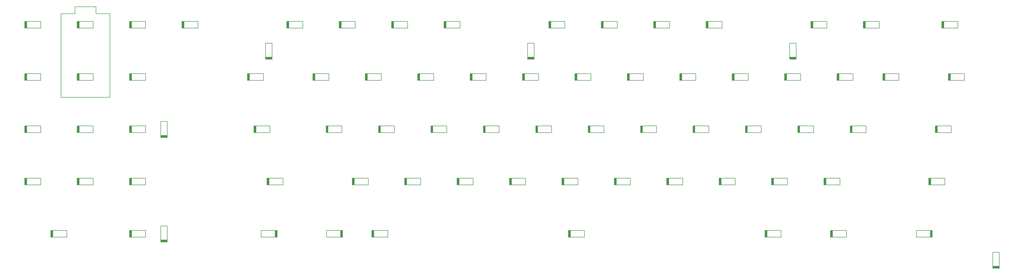
<source format=gto>
G04 #@! TF.GenerationSoftware,KiCad,Pcbnew,5.1.6*
G04 #@! TF.CreationDate,2020-07-29T11:26:02-04:00*
G04 #@! TF.ProjectId,southpawpcb,736f7574-6870-4617-9770-63622e6b6963,rev?*
G04 #@! TF.SameCoordinates,Original*
G04 #@! TF.FileFunction,Legend,Top*
G04 #@! TF.FilePolarity,Positive*
%FSLAX46Y46*%
G04 Gerber Fmt 4.6, Leading zero omitted, Abs format (unit mm)*
G04 Created by KiCad (PCBNEW 5.1.6) date 2020-07-29 11:26:02*
%MOMM*%
%LPD*%
G01*
G04 APERTURE LIST*
%ADD10C,0.150000*%
%ADD11C,0.200000*%
G04 APERTURE END LIST*
D10*
G04 #@! TO.C,U1*
X34072500Y-5752400D02*
X51852500Y-5752400D01*
X51852500Y-5752400D02*
X51852500Y24727600D01*
X51852500Y24727600D02*
X46772500Y24727600D01*
X46772500Y24727600D02*
X46772500Y27267600D01*
X46772500Y27267600D02*
X39152500Y27267600D01*
X39152500Y27267600D02*
X39152500Y24727600D01*
X39152500Y24727600D02*
X34072500Y24727600D01*
X34072500Y24727600D02*
X34072500Y-5752400D01*
D11*
G04 #@! TO.C,D7*
X140956000Y21925000D02*
X135156000Y21925000D01*
X140956000Y19525000D02*
X140956000Y21925000D01*
X135156000Y19525000D02*
X140956000Y19525000D01*
X135231000Y19525000D02*
X135231000Y21925000D01*
X135356000Y19525000D02*
X135356000Y21925000D01*
X135131000Y21925000D02*
X135131000Y19525000D01*
X135531000Y19525000D02*
X135531000Y21925000D01*
X135706000Y19525000D02*
X135706000Y21925000D01*
X135881000Y19525000D02*
X135881000Y21925000D01*
G04 #@! TO.C,D48*
X264468000Y-18575000D02*
X264468000Y-16175000D01*
X264293000Y-18575000D02*
X264293000Y-16175000D01*
X264118000Y-18575000D02*
X264118000Y-16175000D01*
X263718000Y-16175000D02*
X263718000Y-18575000D01*
X263943000Y-18575000D02*
X263943000Y-16175000D01*
X263818000Y-18575000D02*
X263818000Y-16175000D01*
X263743000Y-18575000D02*
X269543000Y-18575000D01*
X269543000Y-18575000D02*
X269543000Y-16175000D01*
X269543000Y-16175000D02*
X263743000Y-16175000D01*
G04 #@! TO.C,D72*
X130593000Y-56675000D02*
X136393000Y-56675000D01*
X130593000Y-54275000D02*
X130593000Y-56675000D01*
X136393000Y-54275000D02*
X130593000Y-54275000D01*
X136318000Y-54275000D02*
X136318000Y-56675000D01*
X136193000Y-54275000D02*
X136193000Y-56675000D01*
X136418000Y-56675000D02*
X136418000Y-54275000D01*
X136018000Y-54275000D02*
X136018000Y-56675000D01*
X135843000Y-54275000D02*
X135843000Y-56675000D01*
X135668000Y-54275000D02*
X135668000Y-56675000D01*
G04 #@! TO.C,D39*
X64756200Y-16175000D02*
X58956200Y-16175000D01*
X64756200Y-18575000D02*
X64756200Y-16175000D01*
X58956200Y-18575000D02*
X64756200Y-18575000D01*
X59031200Y-18575000D02*
X59031200Y-16175000D01*
X59156200Y-18575000D02*
X59156200Y-16175000D01*
X58931200Y-16175000D02*
X58931200Y-18575000D01*
X59331200Y-18575000D02*
X59331200Y-16175000D01*
X59506200Y-18575000D02*
X59506200Y-16175000D01*
X59681200Y-18575000D02*
X59681200Y-16175000D01*
G04 #@! TO.C,D2*
X40631200Y19525000D02*
X40631200Y21925000D01*
X40456200Y19525000D02*
X40456200Y21925000D01*
X40281200Y19525000D02*
X40281200Y21925000D01*
X39881200Y21925000D02*
X39881200Y19525000D01*
X40106200Y19525000D02*
X40106200Y21925000D01*
X39981200Y19525000D02*
X39981200Y21925000D01*
X39906200Y19525000D02*
X45706200Y19525000D01*
X45706200Y19525000D02*
X45706200Y21925000D01*
X45706200Y21925000D02*
X39906200Y21925000D01*
G04 #@! TO.C,D50*
X302568000Y-18575000D02*
X302568000Y-16175000D01*
X302393000Y-18575000D02*
X302393000Y-16175000D01*
X302218000Y-18575000D02*
X302218000Y-16175000D01*
X301818000Y-16175000D02*
X301818000Y-18575000D01*
X302043000Y-18575000D02*
X302043000Y-16175000D01*
X301918000Y-18575000D02*
X301918000Y-16175000D01*
X301843000Y-18575000D02*
X307643000Y-18575000D01*
X307643000Y-18575000D02*
X307643000Y-16175000D01*
X307643000Y-16175000D02*
X301843000Y-16175000D01*
G04 #@! TO.C,D21*
X64756200Y2875000D02*
X58956200Y2875000D01*
X64756200Y475000D02*
X64756200Y2875000D01*
X58956200Y475000D02*
X64756200Y475000D01*
X59031200Y475000D02*
X59031200Y2875000D01*
X59156200Y475000D02*
X59156200Y2875000D01*
X58931200Y2875000D02*
X58931200Y475000D01*
X59331200Y475000D02*
X59331200Y2875000D01*
X59506200Y475000D02*
X59506200Y2875000D01*
X59681200Y475000D02*
X59681200Y2875000D01*
G04 #@! TO.C,D53*
X21581200Y-37625000D02*
X21581200Y-35225000D01*
X21406200Y-37625000D02*
X21406200Y-35225000D01*
X21231200Y-37625000D02*
X21231200Y-35225000D01*
X20831200Y-35225000D02*
X20831200Y-37625000D01*
X21056200Y-37625000D02*
X21056200Y-35225000D01*
X20931200Y-37625000D02*
X20931200Y-35225000D01*
X20856200Y-37625000D02*
X26656200Y-37625000D01*
X26656200Y-37625000D02*
X26656200Y-35225000D01*
X26656200Y-35225000D02*
X20856200Y-35225000D01*
G04 #@! TO.C,D26*
X164456000Y475000D02*
X164456000Y2875000D01*
X164281000Y475000D02*
X164281000Y2875000D01*
X164106000Y475000D02*
X164106000Y2875000D01*
X163706000Y2875000D02*
X163706000Y475000D01*
X163931000Y475000D02*
X163931000Y2875000D01*
X163806000Y475000D02*
X163806000Y2875000D01*
X163731000Y475000D02*
X169531000Y475000D01*
X169531000Y475000D02*
X169531000Y2875000D01*
X169531000Y2875000D02*
X163731000Y2875000D01*
G04 #@! TO.C,D60*
X183819000Y-35225000D02*
X178019000Y-35225000D01*
X183819000Y-37625000D02*
X183819000Y-35225000D01*
X178019000Y-37625000D02*
X183819000Y-37625000D01*
X178094000Y-37625000D02*
X178094000Y-35225000D01*
X178219000Y-37625000D02*
X178219000Y-35225000D01*
X177994000Y-35225000D02*
X177994000Y-37625000D01*
X178394000Y-37625000D02*
X178394000Y-35225000D01*
X178569000Y-37625000D02*
X178569000Y-35225000D01*
X178744000Y-37625000D02*
X178744000Y-35225000D01*
G04 #@! TO.C,D42*
X150168000Y-18575000D02*
X150168000Y-16175000D01*
X149993000Y-18575000D02*
X149993000Y-16175000D01*
X149818000Y-18575000D02*
X149818000Y-16175000D01*
X149418000Y-16175000D02*
X149418000Y-18575000D01*
X149643000Y-18575000D02*
X149643000Y-16175000D01*
X149518000Y-18575000D02*
X149518000Y-16175000D01*
X149443000Y-18575000D02*
X155243000Y-18575000D01*
X155243000Y-18575000D02*
X155243000Y-16175000D01*
X155243000Y-16175000D02*
X149443000Y-16175000D01*
G04 #@! TO.C,D4*
X78731200Y19525000D02*
X78731200Y21925000D01*
X78556200Y19525000D02*
X78556200Y21925000D01*
X78381200Y19525000D02*
X78381200Y21925000D01*
X77981200Y21925000D02*
X77981200Y19525000D01*
X78206200Y19525000D02*
X78206200Y21925000D01*
X78081200Y19525000D02*
X78081200Y21925000D01*
X78006200Y19525000D02*
X83806200Y19525000D01*
X83806200Y19525000D02*
X83806200Y21925000D01*
X83806200Y21925000D02*
X78006200Y21925000D01*
G04 #@! TO.C,D3*
X64756200Y21925000D02*
X58956200Y21925000D01*
X64756200Y19525000D02*
X64756200Y21925000D01*
X58956200Y19525000D02*
X64756200Y19525000D01*
X59031200Y19525000D02*
X59031200Y21925000D01*
X59156200Y19525000D02*
X59156200Y21925000D01*
X58931200Y21925000D02*
X58931200Y19525000D01*
X59331200Y19525000D02*
X59331200Y21925000D01*
X59506200Y19525000D02*
X59506200Y21925000D01*
X59681200Y19525000D02*
X59681200Y21925000D01*
G04 #@! TO.C,D25*
X150481000Y2875000D02*
X144681000Y2875000D01*
X150481000Y475000D02*
X150481000Y2875000D01*
X144681000Y475000D02*
X150481000Y475000D01*
X144756000Y475000D02*
X144756000Y2875000D01*
X144881000Y475000D02*
X144881000Y2875000D01*
X144656000Y2875000D02*
X144656000Y475000D01*
X145056000Y475000D02*
X145056000Y2875000D01*
X145231000Y475000D02*
X145231000Y2875000D01*
X145406000Y475000D02*
X145406000Y2875000D01*
G04 #@! TO.C,D71*
X111856000Y-54275000D02*
X111856000Y-56675000D01*
X112031000Y-54275000D02*
X112031000Y-56675000D01*
X112206000Y-54275000D02*
X112206000Y-56675000D01*
X112606000Y-56675000D02*
X112606000Y-54275000D01*
X112381000Y-54275000D02*
X112381000Y-56675000D01*
X112506000Y-54275000D02*
X112506000Y-56675000D01*
X112581000Y-54275000D02*
X106781000Y-54275000D01*
X106781000Y-54275000D02*
X106781000Y-56675000D01*
X106781000Y-56675000D02*
X112581000Y-56675000D01*
G04 #@! TO.C,D78*
X375100000Y-67275000D02*
X372700000Y-67275000D01*
X375100000Y-67450000D02*
X372700000Y-67450000D01*
X375100000Y-67625000D02*
X372700000Y-67625000D01*
X372700000Y-68025000D02*
X375100000Y-68025000D01*
X375100000Y-67800000D02*
X372700000Y-67800000D01*
X375100000Y-67925000D02*
X372700000Y-67925000D01*
X375100000Y-68000000D02*
X375100000Y-62200000D01*
X375100000Y-62200000D02*
X372700000Y-62200000D01*
X372700000Y-62200000D02*
X372700000Y-68000000D01*
G04 #@! TO.C,D77*
X349981000Y-54275000D02*
X349981000Y-56675000D01*
X350156000Y-54275000D02*
X350156000Y-56675000D01*
X350331000Y-54275000D02*
X350331000Y-56675000D01*
X350731000Y-56675000D02*
X350731000Y-54275000D01*
X350506000Y-54275000D02*
X350506000Y-56675000D01*
X350631000Y-54275000D02*
X350631000Y-56675000D01*
X350706000Y-54275000D02*
X344906000Y-54275000D01*
X344906000Y-54275000D02*
X344906000Y-56675000D01*
X344906000Y-56675000D02*
X350706000Y-56675000D01*
G04 #@! TO.C,D45*
X212393000Y-16175000D02*
X206593000Y-16175000D01*
X212393000Y-18575000D02*
X212393000Y-16175000D01*
X206593000Y-18575000D02*
X212393000Y-18575000D01*
X206668000Y-18575000D02*
X206668000Y-16175000D01*
X206793000Y-18575000D02*
X206793000Y-16175000D01*
X206568000Y-16175000D02*
X206568000Y-18575000D01*
X206968000Y-18575000D02*
X206968000Y-16175000D01*
X207143000Y-18575000D02*
X207143000Y-16175000D01*
X207318000Y-18575000D02*
X207318000Y-16175000D01*
G04 #@! TO.C,D16*
X307331000Y19525000D02*
X307331000Y21925000D01*
X307156000Y19525000D02*
X307156000Y21925000D01*
X306981000Y19525000D02*
X306981000Y21925000D01*
X306581000Y21925000D02*
X306581000Y19525000D01*
X306806000Y19525000D02*
X306806000Y21925000D01*
X306681000Y19525000D02*
X306681000Y21925000D01*
X306606000Y19525000D02*
X312406000Y19525000D01*
X312406000Y19525000D02*
X312406000Y21925000D01*
X312406000Y21925000D02*
X306606000Y21925000D01*
G04 #@! TO.C,D22*
X72681200Y-19650000D02*
X70281200Y-19650000D01*
X72681200Y-19825000D02*
X70281200Y-19825000D01*
X72681200Y-20000000D02*
X70281200Y-20000000D01*
X70281200Y-20400000D02*
X72681200Y-20400000D01*
X72681200Y-20175000D02*
X70281200Y-20175000D01*
X72681200Y-20300000D02*
X70281200Y-20300000D01*
X72681200Y-20375000D02*
X72681200Y-14575000D01*
X72681200Y-14575000D02*
X70281200Y-14575000D01*
X70281200Y-14575000D02*
X70281200Y-20375000D01*
G04 #@! TO.C,D10*
X206031000Y8925000D02*
X203631000Y8925000D01*
X206031000Y8750000D02*
X203631000Y8750000D01*
X206031000Y8575000D02*
X203631000Y8575000D01*
X203631000Y8175000D02*
X206031000Y8175000D01*
X206031000Y8400000D02*
X203631000Y8400000D01*
X206031000Y8275000D02*
X203631000Y8275000D01*
X206031000Y8200000D02*
X206031000Y14000000D01*
X206031000Y14000000D02*
X203631000Y14000000D01*
X203631000Y14000000D02*
X203631000Y8200000D01*
G04 #@! TO.C,D54*
X45706200Y-35225000D02*
X39906200Y-35225000D01*
X45706200Y-37625000D02*
X45706200Y-35225000D01*
X39906200Y-37625000D02*
X45706200Y-37625000D01*
X39981200Y-37625000D02*
X39981200Y-35225000D01*
X40106200Y-37625000D02*
X40106200Y-35225000D01*
X39881200Y-35225000D02*
X39881200Y-37625000D01*
X40281200Y-37625000D02*
X40281200Y-35225000D01*
X40456200Y-37625000D02*
X40456200Y-35225000D01*
X40631200Y-37625000D02*
X40631200Y-35225000D01*
G04 #@! TO.C,D19*
X26656200Y2875000D02*
X20856200Y2875000D01*
X26656200Y475000D02*
X26656200Y2875000D01*
X20856200Y475000D02*
X26656200Y475000D01*
X20931200Y475000D02*
X20931200Y2875000D01*
X21056200Y475000D02*
X21056200Y2875000D01*
X20831200Y2875000D02*
X20831200Y475000D01*
X21231200Y475000D02*
X21231200Y2875000D01*
X21406200Y475000D02*
X21406200Y2875000D01*
X21581200Y475000D02*
X21581200Y2875000D01*
G04 #@! TO.C,D57*
X114762000Y-35225000D02*
X108962000Y-35225000D01*
X114762000Y-37625000D02*
X114762000Y-35225000D01*
X108962000Y-37625000D02*
X114762000Y-37625000D01*
X109037000Y-37625000D02*
X109037000Y-35225000D01*
X109162000Y-37625000D02*
X109162000Y-35225000D01*
X108937000Y-35225000D02*
X108937000Y-37625000D01*
X109337000Y-37625000D02*
X109337000Y-35225000D01*
X109512000Y-37625000D02*
X109512000Y-35225000D01*
X109687000Y-37625000D02*
X109687000Y-35225000D01*
G04 #@! TO.C,D47*
X250493000Y-16175000D02*
X244693000Y-16175000D01*
X250493000Y-18575000D02*
X250493000Y-16175000D01*
X244693000Y-18575000D02*
X250493000Y-18575000D01*
X244768000Y-18575000D02*
X244768000Y-16175000D01*
X244893000Y-18575000D02*
X244893000Y-16175000D01*
X244668000Y-16175000D02*
X244668000Y-18575000D01*
X245068000Y-18575000D02*
X245068000Y-16175000D01*
X245243000Y-18575000D02*
X245243000Y-16175000D01*
X245418000Y-18575000D02*
X245418000Y-16175000D01*
G04 #@! TO.C,D15*
X298881000Y14000000D02*
X298881000Y8200000D01*
X301281000Y14000000D02*
X298881000Y14000000D01*
X301281000Y8200000D02*
X301281000Y14000000D01*
X301281000Y8275000D02*
X298881000Y8275000D01*
X301281000Y8400000D02*
X298881000Y8400000D01*
X298881000Y8175000D02*
X301281000Y8175000D01*
X301281000Y8575000D02*
X298881000Y8575000D01*
X301281000Y8750000D02*
X298881000Y8750000D01*
X301281000Y8925000D02*
X298881000Y8925000D01*
G04 #@! TO.C,D67*
X312094000Y-37625000D02*
X312094000Y-35225000D01*
X311919000Y-37625000D02*
X311919000Y-35225000D01*
X311744000Y-37625000D02*
X311744000Y-35225000D01*
X311344000Y-35225000D02*
X311344000Y-37625000D01*
X311569000Y-37625000D02*
X311569000Y-35225000D01*
X311444000Y-37625000D02*
X311444000Y-35225000D01*
X311369000Y-37625000D02*
X317169000Y-37625000D01*
X317169000Y-37625000D02*
X317169000Y-35225000D01*
X317169000Y-35225000D02*
X311369000Y-35225000D01*
G04 #@! TO.C,D36*
X357337000Y475000D02*
X357337000Y2875000D01*
X357162000Y475000D02*
X357162000Y2875000D01*
X356987000Y475000D02*
X356987000Y2875000D01*
X356587000Y2875000D02*
X356587000Y475000D01*
X356812000Y475000D02*
X356812000Y2875000D01*
X356687000Y475000D02*
X356687000Y2875000D01*
X356612000Y475000D02*
X362412000Y475000D01*
X362412000Y475000D02*
X362412000Y2875000D01*
X362412000Y2875000D02*
X356612000Y2875000D01*
G04 #@! TO.C,D62*
X221919000Y-35225000D02*
X216119000Y-35225000D01*
X221919000Y-37625000D02*
X221919000Y-35225000D01*
X216119000Y-37625000D02*
X221919000Y-37625000D01*
X216194000Y-37625000D02*
X216194000Y-35225000D01*
X216319000Y-37625000D02*
X216319000Y-35225000D01*
X216094000Y-35225000D02*
X216094000Y-37625000D01*
X216494000Y-37625000D02*
X216494000Y-35225000D01*
X216669000Y-37625000D02*
X216669000Y-35225000D01*
X216844000Y-37625000D02*
X216844000Y-35225000D01*
G04 #@! TO.C,D61*
X202869000Y-35225000D02*
X197069000Y-35225000D01*
X202869000Y-37625000D02*
X202869000Y-35225000D01*
X197069000Y-37625000D02*
X202869000Y-37625000D01*
X197144000Y-37625000D02*
X197144000Y-35225000D01*
X197269000Y-37625000D02*
X197269000Y-35225000D01*
X197044000Y-35225000D02*
X197044000Y-37625000D01*
X197444000Y-37625000D02*
X197444000Y-35225000D01*
X197619000Y-37625000D02*
X197619000Y-35225000D01*
X197794000Y-37625000D02*
X197794000Y-35225000D01*
G04 #@! TO.C,D52*
X352575000Y-18575000D02*
X352575000Y-16175000D01*
X352400000Y-18575000D02*
X352400000Y-16175000D01*
X352225000Y-18575000D02*
X352225000Y-16175000D01*
X351825000Y-16175000D02*
X351825000Y-18575000D01*
X352050000Y-18575000D02*
X352050000Y-16175000D01*
X351925000Y-18575000D02*
X351925000Y-16175000D01*
X351850000Y-18575000D02*
X357650000Y-18575000D01*
X357650000Y-18575000D02*
X357650000Y-16175000D01*
X357650000Y-16175000D02*
X351850000Y-16175000D01*
G04 #@! TO.C,D37*
X26656200Y-16175000D02*
X20856200Y-16175000D01*
X26656200Y-18575000D02*
X26656200Y-16175000D01*
X20856200Y-18575000D02*
X26656200Y-18575000D01*
X20931200Y-18575000D02*
X20931200Y-16175000D01*
X21056200Y-18575000D02*
X21056200Y-16175000D01*
X20831200Y-16175000D02*
X20831200Y-18575000D01*
X21231200Y-18575000D02*
X21231200Y-16175000D01*
X21406200Y-18575000D02*
X21406200Y-16175000D01*
X21581200Y-18575000D02*
X21581200Y-16175000D01*
G04 #@! TO.C,D65*
X279069000Y-35225000D02*
X273269000Y-35225000D01*
X279069000Y-37625000D02*
X279069000Y-35225000D01*
X273269000Y-37625000D02*
X279069000Y-37625000D01*
X273344000Y-37625000D02*
X273344000Y-35225000D01*
X273469000Y-37625000D02*
X273469000Y-35225000D01*
X273244000Y-35225000D02*
X273244000Y-37625000D01*
X273644000Y-37625000D02*
X273644000Y-35225000D01*
X273819000Y-37625000D02*
X273819000Y-35225000D01*
X273994000Y-37625000D02*
X273994000Y-35225000D01*
G04 #@! TO.C,D14*
X274306000Y21925000D02*
X268506000Y21925000D01*
X274306000Y19525000D02*
X274306000Y21925000D01*
X268506000Y19525000D02*
X274306000Y19525000D01*
X268581000Y19525000D02*
X268581000Y21925000D01*
X268706000Y19525000D02*
X268706000Y21925000D01*
X268481000Y21925000D02*
X268481000Y19525000D01*
X268881000Y19525000D02*
X268881000Y21925000D01*
X269056000Y19525000D02*
X269056000Y21925000D01*
X269231000Y19525000D02*
X269231000Y21925000D01*
G04 #@! TO.C,D68*
X355269000Y-35225000D02*
X349469000Y-35225000D01*
X355269000Y-37625000D02*
X355269000Y-35225000D01*
X349469000Y-37625000D02*
X355269000Y-37625000D01*
X349544000Y-37625000D02*
X349544000Y-35225000D01*
X349669000Y-37625000D02*
X349669000Y-35225000D01*
X349444000Y-35225000D02*
X349444000Y-37625000D01*
X349844000Y-37625000D02*
X349844000Y-35225000D01*
X350019000Y-37625000D02*
X350019000Y-35225000D01*
X350194000Y-37625000D02*
X350194000Y-35225000D01*
G04 #@! TO.C,D18*
X354956000Y19525000D02*
X354956000Y21925000D01*
X354781000Y19525000D02*
X354781000Y21925000D01*
X354606000Y19525000D02*
X354606000Y21925000D01*
X354206000Y21925000D02*
X354206000Y19525000D01*
X354431000Y19525000D02*
X354431000Y21925000D01*
X354306000Y19525000D02*
X354306000Y21925000D01*
X354231000Y19525000D02*
X360031000Y19525000D01*
X360031000Y19525000D02*
X360031000Y21925000D01*
X360031000Y21925000D02*
X354231000Y21925000D01*
G04 #@! TO.C,D38*
X40631200Y-18575000D02*
X40631200Y-16175000D01*
X40456200Y-18575000D02*
X40456200Y-16175000D01*
X40281200Y-18575000D02*
X40281200Y-16175000D01*
X39881200Y-16175000D02*
X39881200Y-18575000D01*
X40106200Y-18575000D02*
X40106200Y-16175000D01*
X39981200Y-18575000D02*
X39981200Y-16175000D01*
X39906200Y-18575000D02*
X45706200Y-18575000D01*
X45706200Y-18575000D02*
X45706200Y-16175000D01*
X45706200Y-16175000D02*
X39906200Y-16175000D01*
G04 #@! TO.C,D12*
X231131000Y19525000D02*
X231131000Y21925000D01*
X230956000Y19525000D02*
X230956000Y21925000D01*
X230781000Y19525000D02*
X230781000Y21925000D01*
X230381000Y21925000D02*
X230381000Y19525000D01*
X230606000Y19525000D02*
X230606000Y21925000D01*
X230481000Y19525000D02*
X230481000Y21925000D01*
X230406000Y19525000D02*
X236206000Y19525000D01*
X236206000Y19525000D02*
X236206000Y21925000D01*
X236206000Y21925000D02*
X230406000Y21925000D01*
G04 #@! TO.C,D58*
X140644000Y-37625000D02*
X140644000Y-35225000D01*
X140469000Y-37625000D02*
X140469000Y-35225000D01*
X140294000Y-37625000D02*
X140294000Y-35225000D01*
X139894000Y-35225000D02*
X139894000Y-37625000D01*
X140119000Y-37625000D02*
X140119000Y-35225000D01*
X139994000Y-37625000D02*
X139994000Y-35225000D01*
X139919000Y-37625000D02*
X145719000Y-37625000D01*
X145719000Y-37625000D02*
X145719000Y-35225000D01*
X145719000Y-35225000D02*
X139919000Y-35225000D01*
G04 #@! TO.C,D34*
X316856000Y475000D02*
X316856000Y2875000D01*
X316681000Y475000D02*
X316681000Y2875000D01*
X316506000Y475000D02*
X316506000Y2875000D01*
X316106000Y2875000D02*
X316106000Y475000D01*
X316331000Y475000D02*
X316331000Y2875000D01*
X316206000Y475000D02*
X316206000Y2875000D01*
X316131000Y475000D02*
X321931000Y475000D01*
X321931000Y475000D02*
X321931000Y2875000D01*
X321931000Y2875000D02*
X316131000Y2875000D01*
G04 #@! TO.C,D20*
X40631200Y475000D02*
X40631200Y2875000D01*
X40456200Y475000D02*
X40456200Y2875000D01*
X40281200Y475000D02*
X40281200Y2875000D01*
X39881200Y2875000D02*
X39881200Y475000D01*
X40106200Y475000D02*
X40106200Y2875000D01*
X39981200Y475000D02*
X39981200Y2875000D01*
X39906200Y475000D02*
X45706200Y475000D01*
X45706200Y475000D02*
X45706200Y2875000D01*
X45706200Y2875000D02*
X39906200Y2875000D01*
G04 #@! TO.C,D69*
X36181200Y-54275000D02*
X30381200Y-54275000D01*
X36181200Y-56675000D02*
X36181200Y-54275000D01*
X30381200Y-56675000D02*
X36181200Y-56675000D01*
X30456200Y-56675000D02*
X30456200Y-54275000D01*
X30581200Y-56675000D02*
X30581200Y-54275000D01*
X30356200Y-54275000D02*
X30356200Y-56675000D01*
X30756200Y-56675000D02*
X30756200Y-54275000D01*
X30931200Y-56675000D02*
X30931200Y-54275000D01*
X31106200Y-56675000D02*
X31106200Y-54275000D01*
G04 #@! TO.C,D40*
X104925000Y-18575000D02*
X104925000Y-16175000D01*
X104750000Y-18575000D02*
X104750000Y-16175000D01*
X104575000Y-18575000D02*
X104575000Y-16175000D01*
X104175000Y-16175000D02*
X104175000Y-18575000D01*
X104400000Y-18575000D02*
X104400000Y-16175000D01*
X104275000Y-18575000D02*
X104275000Y-16175000D01*
X104200000Y-18575000D02*
X110000000Y-18575000D01*
X110000000Y-18575000D02*
X110000000Y-16175000D01*
X110000000Y-16175000D02*
X104200000Y-16175000D01*
G04 #@! TO.C,D56*
X72681200Y-57750000D02*
X70281200Y-57750000D01*
X72681200Y-57925000D02*
X70281200Y-57925000D01*
X72681200Y-58100000D02*
X70281200Y-58100000D01*
X70281200Y-58500000D02*
X72681200Y-58500000D01*
X72681200Y-58275000D02*
X70281200Y-58275000D01*
X72681200Y-58400000D02*
X70281200Y-58400000D01*
X72681200Y-58475000D02*
X72681200Y-52675000D01*
X72681200Y-52675000D02*
X70281200Y-52675000D01*
X70281200Y-52675000D02*
X70281200Y-58475000D01*
G04 #@! TO.C,D23*
X107619000Y2875000D02*
X101819000Y2875000D01*
X107619000Y475000D02*
X107619000Y2875000D01*
X101819000Y475000D02*
X107619000Y475000D01*
X101894000Y475000D02*
X101894000Y2875000D01*
X102019000Y475000D02*
X102019000Y2875000D01*
X101794000Y2875000D02*
X101794000Y475000D01*
X102194000Y475000D02*
X102194000Y2875000D01*
X102369000Y475000D02*
X102369000Y2875000D01*
X102544000Y475000D02*
X102544000Y2875000D01*
G04 #@! TO.C,D17*
X331456000Y21925000D02*
X325656000Y21925000D01*
X331456000Y19525000D02*
X331456000Y21925000D01*
X325656000Y19525000D02*
X331456000Y19525000D01*
X325731000Y19525000D02*
X325731000Y21925000D01*
X325856000Y19525000D02*
X325856000Y21925000D01*
X325631000Y21925000D02*
X325631000Y19525000D01*
X326031000Y19525000D02*
X326031000Y21925000D01*
X326206000Y19525000D02*
X326206000Y21925000D01*
X326381000Y19525000D02*
X326381000Y21925000D01*
G04 #@! TO.C,D32*
X278756000Y475000D02*
X278756000Y2875000D01*
X278581000Y475000D02*
X278581000Y2875000D01*
X278406000Y475000D02*
X278406000Y2875000D01*
X278006000Y2875000D02*
X278006000Y475000D01*
X278231000Y475000D02*
X278231000Y2875000D01*
X278106000Y475000D02*
X278106000Y2875000D01*
X278031000Y475000D02*
X283831000Y475000D01*
X283831000Y475000D02*
X283831000Y2875000D01*
X283831000Y2875000D02*
X278031000Y2875000D01*
G04 #@! TO.C,D31*
X264781000Y2875000D02*
X258981000Y2875000D01*
X264781000Y475000D02*
X264781000Y2875000D01*
X258981000Y475000D02*
X264781000Y475000D01*
X259056000Y475000D02*
X259056000Y2875000D01*
X259181000Y475000D02*
X259181000Y2875000D01*
X258956000Y2875000D02*
X258956000Y475000D01*
X259356000Y475000D02*
X259356000Y2875000D01*
X259531000Y475000D02*
X259531000Y2875000D01*
X259706000Y475000D02*
X259706000Y2875000D01*
G04 #@! TO.C,D9*
X179056000Y21925000D02*
X173256000Y21925000D01*
X179056000Y19525000D02*
X179056000Y21925000D01*
X173256000Y19525000D02*
X179056000Y19525000D01*
X173331000Y19525000D02*
X173331000Y21925000D01*
X173456000Y19525000D02*
X173456000Y21925000D01*
X173231000Y21925000D02*
X173231000Y19525000D01*
X173631000Y19525000D02*
X173631000Y21925000D01*
X173806000Y19525000D02*
X173806000Y21925000D01*
X173981000Y19525000D02*
X173981000Y21925000D01*
G04 #@! TO.C,D64*
X254944000Y-37625000D02*
X254944000Y-35225000D01*
X254769000Y-37625000D02*
X254769000Y-35225000D01*
X254594000Y-37625000D02*
X254594000Y-35225000D01*
X254194000Y-35225000D02*
X254194000Y-37625000D01*
X254419000Y-37625000D02*
X254419000Y-35225000D01*
X254294000Y-37625000D02*
X254294000Y-35225000D01*
X254219000Y-37625000D02*
X260019000Y-37625000D01*
X260019000Y-37625000D02*
X260019000Y-35225000D01*
X260019000Y-35225000D02*
X254219000Y-35225000D01*
G04 #@! TO.C,D74*
X219225000Y-56675000D02*
X219225000Y-54275000D01*
X219050000Y-56675000D02*
X219050000Y-54275000D01*
X218875000Y-56675000D02*
X218875000Y-54275000D01*
X218475000Y-54275000D02*
X218475000Y-56675000D01*
X218700000Y-56675000D02*
X218700000Y-54275000D01*
X218575000Y-56675000D02*
X218575000Y-54275000D01*
X218500000Y-56675000D02*
X224300000Y-56675000D01*
X224300000Y-56675000D02*
X224300000Y-54275000D01*
X224300000Y-54275000D02*
X218500000Y-54275000D01*
G04 #@! TO.C,D76*
X314475000Y-56675000D02*
X314475000Y-54275000D01*
X314300000Y-56675000D02*
X314300000Y-54275000D01*
X314125000Y-56675000D02*
X314125000Y-54275000D01*
X313725000Y-54275000D02*
X313725000Y-56675000D01*
X313950000Y-56675000D02*
X313950000Y-54275000D01*
X313825000Y-56675000D02*
X313825000Y-54275000D01*
X313750000Y-56675000D02*
X319550000Y-56675000D01*
X319550000Y-56675000D02*
X319550000Y-54275000D01*
X319550000Y-54275000D02*
X313750000Y-54275000D01*
G04 #@! TO.C,D49*
X288593000Y-16175000D02*
X282793000Y-16175000D01*
X288593000Y-18575000D02*
X288593000Y-16175000D01*
X282793000Y-18575000D02*
X288593000Y-18575000D01*
X282868000Y-18575000D02*
X282868000Y-16175000D01*
X282993000Y-18575000D02*
X282993000Y-16175000D01*
X282768000Y-16175000D02*
X282768000Y-18575000D01*
X283168000Y-18575000D02*
X283168000Y-16175000D01*
X283343000Y-18575000D02*
X283343000Y-16175000D01*
X283518000Y-18575000D02*
X283518000Y-16175000D01*
G04 #@! TO.C,D70*
X64756200Y-54275000D02*
X58956200Y-54275000D01*
X64756200Y-56675000D02*
X64756200Y-54275000D01*
X58956200Y-56675000D02*
X64756200Y-56675000D01*
X59031200Y-56675000D02*
X59031200Y-54275000D01*
X59156200Y-56675000D02*
X59156200Y-54275000D01*
X58931200Y-54275000D02*
X58931200Y-56675000D01*
X59331200Y-56675000D02*
X59331200Y-54275000D01*
X59506200Y-56675000D02*
X59506200Y-54275000D01*
X59681200Y-56675000D02*
X59681200Y-54275000D01*
G04 #@! TO.C,D75*
X290662000Y-56675000D02*
X290662000Y-54275000D01*
X290487000Y-56675000D02*
X290487000Y-54275000D01*
X290312000Y-56675000D02*
X290312000Y-54275000D01*
X289912000Y-54275000D02*
X289912000Y-56675000D01*
X290137000Y-56675000D02*
X290137000Y-54275000D01*
X290012000Y-56675000D02*
X290012000Y-54275000D01*
X289937000Y-56675000D02*
X295737000Y-56675000D01*
X295737000Y-56675000D02*
X295737000Y-54275000D01*
X295737000Y-54275000D02*
X289937000Y-54275000D01*
G04 #@! TO.C,D8*
X154931000Y19525000D02*
X154931000Y21925000D01*
X154756000Y19525000D02*
X154756000Y21925000D01*
X154581000Y19525000D02*
X154581000Y21925000D01*
X154181000Y21925000D02*
X154181000Y19525000D01*
X154406000Y19525000D02*
X154406000Y21925000D01*
X154281000Y19525000D02*
X154281000Y21925000D01*
X154206000Y19525000D02*
X160006000Y19525000D01*
X160006000Y19525000D02*
X160006000Y21925000D01*
X160006000Y21925000D02*
X154206000Y21925000D01*
G04 #@! TO.C,D28*
X207631000Y2875000D02*
X201831000Y2875000D01*
X207631000Y475000D02*
X207631000Y2875000D01*
X201831000Y475000D02*
X207631000Y475000D01*
X201906000Y475000D02*
X201906000Y2875000D01*
X202031000Y475000D02*
X202031000Y2875000D01*
X201806000Y2875000D02*
X201806000Y475000D01*
X202206000Y475000D02*
X202206000Y2875000D01*
X202381000Y475000D02*
X202381000Y2875000D01*
X202556000Y475000D02*
X202556000Y2875000D01*
G04 #@! TO.C,D13*
X255256000Y21925000D02*
X249456000Y21925000D01*
X255256000Y19525000D02*
X255256000Y21925000D01*
X249456000Y19525000D02*
X255256000Y19525000D01*
X249531000Y19525000D02*
X249531000Y21925000D01*
X249656000Y19525000D02*
X249656000Y21925000D01*
X249431000Y21925000D02*
X249431000Y19525000D01*
X249831000Y19525000D02*
X249831000Y21925000D01*
X250006000Y19525000D02*
X250006000Y21925000D01*
X250181000Y19525000D02*
X250181000Y21925000D01*
G04 #@! TO.C,D66*
X298119000Y-35225000D02*
X292319000Y-35225000D01*
X298119000Y-37625000D02*
X298119000Y-35225000D01*
X292319000Y-37625000D02*
X298119000Y-37625000D01*
X292394000Y-37625000D02*
X292394000Y-35225000D01*
X292519000Y-37625000D02*
X292519000Y-35225000D01*
X292294000Y-35225000D02*
X292294000Y-37625000D01*
X292694000Y-37625000D02*
X292694000Y-35225000D01*
X292869000Y-37625000D02*
X292869000Y-35225000D01*
X293044000Y-37625000D02*
X293044000Y-35225000D01*
G04 #@! TO.C,D6*
X116831000Y19525000D02*
X116831000Y21925000D01*
X116656000Y19525000D02*
X116656000Y21925000D01*
X116481000Y19525000D02*
X116481000Y21925000D01*
X116081000Y21925000D02*
X116081000Y19525000D01*
X116306000Y19525000D02*
X116306000Y21925000D01*
X116181000Y19525000D02*
X116181000Y21925000D01*
X116106000Y19525000D02*
X121906000Y19525000D01*
X121906000Y19525000D02*
X121906000Y21925000D01*
X121906000Y21925000D02*
X116106000Y21925000D01*
G04 #@! TO.C,D44*
X188268000Y-18575000D02*
X188268000Y-16175000D01*
X188093000Y-18575000D02*
X188093000Y-16175000D01*
X187918000Y-18575000D02*
X187918000Y-16175000D01*
X187518000Y-16175000D02*
X187518000Y-18575000D01*
X187743000Y-18575000D02*
X187743000Y-16175000D01*
X187618000Y-18575000D02*
X187618000Y-16175000D01*
X187543000Y-18575000D02*
X193343000Y-18575000D01*
X193343000Y-18575000D02*
X193343000Y-16175000D01*
X193343000Y-16175000D02*
X187543000Y-16175000D01*
G04 #@! TO.C,D46*
X226368000Y-18575000D02*
X226368000Y-16175000D01*
X226193000Y-18575000D02*
X226193000Y-16175000D01*
X226018000Y-18575000D02*
X226018000Y-16175000D01*
X225618000Y-16175000D02*
X225618000Y-18575000D01*
X225843000Y-18575000D02*
X225843000Y-16175000D01*
X225718000Y-18575000D02*
X225718000Y-16175000D01*
X225643000Y-18575000D02*
X231443000Y-18575000D01*
X231443000Y-18575000D02*
X231443000Y-16175000D01*
X231443000Y-16175000D02*
X225643000Y-16175000D01*
G04 #@! TO.C,D51*
X326693000Y-16175000D02*
X320893000Y-16175000D01*
X326693000Y-18575000D02*
X326693000Y-16175000D01*
X320893000Y-18575000D02*
X326693000Y-18575000D01*
X320968000Y-18575000D02*
X320968000Y-16175000D01*
X321093000Y-18575000D02*
X321093000Y-16175000D01*
X320868000Y-16175000D02*
X320868000Y-18575000D01*
X321268000Y-18575000D02*
X321268000Y-16175000D01*
X321443000Y-18575000D02*
X321443000Y-16175000D01*
X321618000Y-18575000D02*
X321618000Y-16175000D01*
G04 #@! TO.C,D11*
X217156000Y21925000D02*
X211356000Y21925000D01*
X217156000Y19525000D02*
X217156000Y21925000D01*
X211356000Y19525000D02*
X217156000Y19525000D01*
X211431000Y19525000D02*
X211431000Y21925000D01*
X211556000Y19525000D02*
X211556000Y21925000D01*
X211331000Y21925000D02*
X211331000Y19525000D01*
X211731000Y19525000D02*
X211731000Y21925000D01*
X211906000Y19525000D02*
X211906000Y21925000D01*
X212081000Y19525000D02*
X212081000Y21925000D01*
G04 #@! TO.C,D63*
X235894000Y-37625000D02*
X235894000Y-35225000D01*
X235719000Y-37625000D02*
X235719000Y-35225000D01*
X235544000Y-37625000D02*
X235544000Y-35225000D01*
X235144000Y-35225000D02*
X235144000Y-37625000D01*
X235369000Y-37625000D02*
X235369000Y-35225000D01*
X235244000Y-37625000D02*
X235244000Y-35225000D01*
X235169000Y-37625000D02*
X240969000Y-37625000D01*
X240969000Y-37625000D02*
X240969000Y-35225000D01*
X240969000Y-35225000D02*
X235169000Y-35225000D01*
G04 #@! TO.C,D29*
X226681000Y2875000D02*
X220881000Y2875000D01*
X226681000Y475000D02*
X226681000Y2875000D01*
X220881000Y475000D02*
X226681000Y475000D01*
X220956000Y475000D02*
X220956000Y2875000D01*
X221081000Y475000D02*
X221081000Y2875000D01*
X220856000Y2875000D02*
X220856000Y475000D01*
X221256000Y475000D02*
X221256000Y2875000D01*
X221431000Y475000D02*
X221431000Y2875000D01*
X221606000Y475000D02*
X221606000Y2875000D01*
G04 #@! TO.C,D55*
X64756200Y-35225000D02*
X58956200Y-35225000D01*
X64756200Y-37625000D02*
X64756200Y-35225000D01*
X58956200Y-37625000D02*
X64756200Y-37625000D01*
X59031200Y-37625000D02*
X59031200Y-35225000D01*
X59156200Y-37625000D02*
X59156200Y-35225000D01*
X58931200Y-35225000D02*
X58931200Y-37625000D01*
X59331200Y-37625000D02*
X59331200Y-35225000D01*
X59506200Y-37625000D02*
X59506200Y-35225000D01*
X59681200Y-37625000D02*
X59681200Y-35225000D01*
G04 #@! TO.C,D5*
X108381000Y14000000D02*
X108381000Y8200000D01*
X110781000Y14000000D02*
X108381000Y14000000D01*
X110781000Y8200000D02*
X110781000Y14000000D01*
X110781000Y8275000D02*
X108381000Y8275000D01*
X110781000Y8400000D02*
X108381000Y8400000D01*
X108381000Y8175000D02*
X110781000Y8175000D01*
X110781000Y8575000D02*
X108381000Y8575000D01*
X110781000Y8750000D02*
X108381000Y8750000D01*
X110781000Y8925000D02*
X108381000Y8925000D01*
G04 #@! TO.C,D43*
X174293000Y-16175000D02*
X168493000Y-16175000D01*
X174293000Y-18575000D02*
X174293000Y-16175000D01*
X168493000Y-18575000D02*
X174293000Y-18575000D01*
X168568000Y-18575000D02*
X168568000Y-16175000D01*
X168693000Y-18575000D02*
X168693000Y-16175000D01*
X168468000Y-16175000D02*
X168468000Y-18575000D01*
X168868000Y-18575000D02*
X168868000Y-16175000D01*
X169043000Y-18575000D02*
X169043000Y-16175000D01*
X169218000Y-18575000D02*
X169218000Y-16175000D01*
G04 #@! TO.C,D73*
X147787000Y-56675000D02*
X147787000Y-54275000D01*
X147612000Y-56675000D02*
X147612000Y-54275000D01*
X147437000Y-56675000D02*
X147437000Y-54275000D01*
X147037000Y-54275000D02*
X147037000Y-56675000D01*
X147262000Y-56675000D02*
X147262000Y-54275000D01*
X147137000Y-56675000D02*
X147137000Y-54275000D01*
X147062000Y-56675000D02*
X152862000Y-56675000D01*
X152862000Y-56675000D02*
X152862000Y-54275000D01*
X152862000Y-54275000D02*
X147062000Y-54275000D01*
G04 #@! TO.C,D33*
X302881000Y2875000D02*
X297081000Y2875000D01*
X302881000Y475000D02*
X302881000Y2875000D01*
X297081000Y475000D02*
X302881000Y475000D01*
X297156000Y475000D02*
X297156000Y2875000D01*
X297281000Y475000D02*
X297281000Y2875000D01*
X297056000Y2875000D02*
X297056000Y475000D01*
X297456000Y475000D02*
X297456000Y2875000D01*
X297631000Y475000D02*
X297631000Y2875000D01*
X297806000Y475000D02*
X297806000Y2875000D01*
G04 #@! TO.C,D30*
X240656000Y475000D02*
X240656000Y2875000D01*
X240481000Y475000D02*
X240481000Y2875000D01*
X240306000Y475000D02*
X240306000Y2875000D01*
X239906000Y2875000D02*
X239906000Y475000D01*
X240131000Y475000D02*
X240131000Y2875000D01*
X240006000Y475000D02*
X240006000Y2875000D01*
X239931000Y475000D02*
X245731000Y475000D01*
X245731000Y475000D02*
X245731000Y2875000D01*
X245731000Y2875000D02*
X239931000Y2875000D01*
G04 #@! TO.C,D35*
X338600000Y2875000D02*
X332800000Y2875000D01*
X338600000Y475000D02*
X338600000Y2875000D01*
X332800000Y475000D02*
X338600000Y475000D01*
X332875000Y475000D02*
X332875000Y2875000D01*
X333000000Y475000D02*
X333000000Y2875000D01*
X332775000Y2875000D02*
X332775000Y475000D01*
X333175000Y475000D02*
X333175000Y2875000D01*
X333350000Y475000D02*
X333350000Y2875000D01*
X333525000Y475000D02*
X333525000Y2875000D01*
G04 #@! TO.C,D24*
X126356000Y475000D02*
X126356000Y2875000D01*
X126181000Y475000D02*
X126181000Y2875000D01*
X126006000Y475000D02*
X126006000Y2875000D01*
X125606000Y2875000D02*
X125606000Y475000D01*
X125831000Y475000D02*
X125831000Y2875000D01*
X125706000Y475000D02*
X125706000Y2875000D01*
X125631000Y475000D02*
X131431000Y475000D01*
X131431000Y475000D02*
X131431000Y2875000D01*
X131431000Y2875000D02*
X125631000Y2875000D01*
G04 #@! TO.C,D59*
X159694000Y-37625000D02*
X159694000Y-35225000D01*
X159519000Y-37625000D02*
X159519000Y-35225000D01*
X159344000Y-37625000D02*
X159344000Y-35225000D01*
X158944000Y-35225000D02*
X158944000Y-37625000D01*
X159169000Y-37625000D02*
X159169000Y-35225000D01*
X159044000Y-37625000D02*
X159044000Y-35225000D01*
X158969000Y-37625000D02*
X164769000Y-37625000D01*
X164769000Y-37625000D02*
X164769000Y-35225000D01*
X164769000Y-35225000D02*
X158969000Y-35225000D01*
G04 #@! TO.C,D41*
X136193000Y-16175000D02*
X130393000Y-16175000D01*
X136193000Y-18575000D02*
X136193000Y-16175000D01*
X130393000Y-18575000D02*
X136193000Y-18575000D01*
X130468000Y-18575000D02*
X130468000Y-16175000D01*
X130593000Y-18575000D02*
X130593000Y-16175000D01*
X130368000Y-16175000D02*
X130368000Y-18575000D01*
X130768000Y-18575000D02*
X130768000Y-16175000D01*
X130943000Y-18575000D02*
X130943000Y-16175000D01*
X131118000Y-18575000D02*
X131118000Y-16175000D01*
G04 #@! TO.C,D1*
X26656200Y21925000D02*
X20856200Y21925000D01*
X26656200Y19525000D02*
X26656200Y21925000D01*
X20856200Y19525000D02*
X26656200Y19525000D01*
X20931200Y19525000D02*
X20931200Y21925000D01*
X21056200Y19525000D02*
X21056200Y21925000D01*
X20831200Y21925000D02*
X20831200Y19525000D01*
X21231200Y19525000D02*
X21231200Y21925000D01*
X21406200Y19525000D02*
X21406200Y21925000D01*
X21581200Y19525000D02*
X21581200Y21925000D01*
G04 #@! TO.C,D27*
X183506000Y475000D02*
X183506000Y2875000D01*
X183331000Y475000D02*
X183331000Y2875000D01*
X183156000Y475000D02*
X183156000Y2875000D01*
X182756000Y2875000D02*
X182756000Y475000D01*
X182981000Y475000D02*
X182981000Y2875000D01*
X182856000Y475000D02*
X182856000Y2875000D01*
X182781000Y475000D02*
X188581000Y475000D01*
X188581000Y475000D02*
X188581000Y2875000D01*
X188581000Y2875000D02*
X182781000Y2875000D01*
G04 #@! TD*
M02*

</source>
